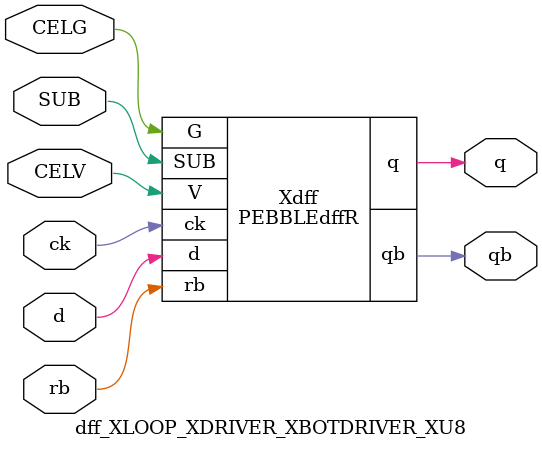
<source format=v>



module PEBBLEdffR ( q, qb, G, SUB, V, ck, d, rb );

  input V;
  output q;
  input rb;
  input d;
  input G;
  input ck;
  input SUB;
  output qb;
endmodule

//Celera Confidential Do Not Copy dff_XLOOP_XDRIVER_XBOTDRIVER_XU8
//Celera Confidential Symbol Generator
//DFF latch
module dff_XLOOP_XDRIVER_XBOTDRIVER_XU8 (CELV,CELG,d,rb,ck,q,qb,SUB );
input CELV;
input CELG;
input d;
input rb;
input ck;
input SUB;
output q;
output qb;

//Celera Confidential Do Not Copy dff
PEBBLEdffR Xdff(
.V (CELV),
.d (d),
.rb (rb),
.ck (ck),
.q (q),
.qb (qb),
.SUB (SUB),
.G (CELG)
);
//,diesize,PEBBLEdffR

//Celera Confidential Do Not Copy Module End
//Celera Schematic Generator
endmodule

</source>
